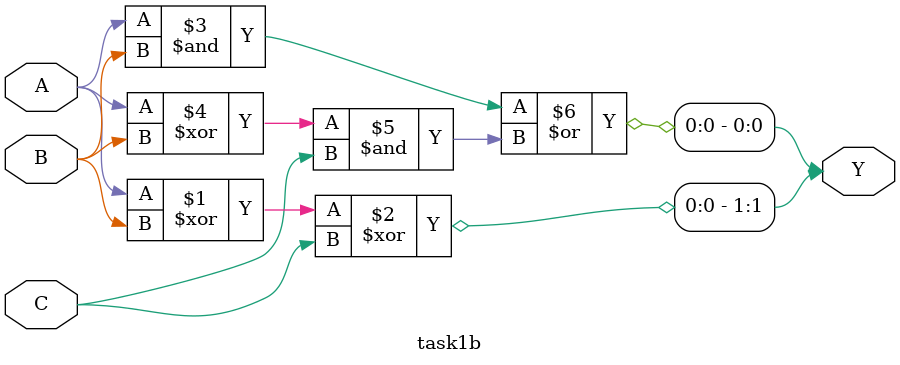
<source format=sv>

/*
A	B	C	Y
0	0	0	00
0	0	1	01
0	1	0	01
0	1	1	10
1	0	0	01
1	0	1	10
1	1	0	10
1	1	1	11
*/

module task1b(output logic [1:0] Y, input logic A, B, C); 	//Here I am using the assign statements to complete my full adder

	assign Y[1] = (A ^ B) ^ C;
	assign Y[0] = (A & B) | ((A ^ B) & C);			//I can use the two statements for each bit of Y the output.

endmodule


</source>
